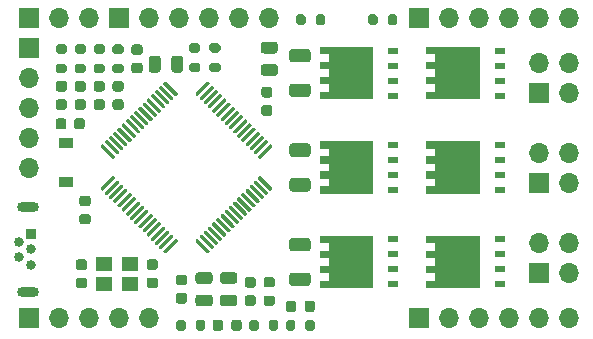
<source format=gts>
G04 #@! TF.GenerationSoftware,KiCad,Pcbnew,8.0.4+1*
G04 #@! TF.CreationDate,2024-10-19T21:08:08+00:00*
G04 #@! TF.ProjectId,xESC2,78455343-322e-46b6-9963-61645f706362,rev?*
G04 #@! TF.SameCoordinates,Original*
G04 #@! TF.FileFunction,Soldermask,Top*
G04 #@! TF.FilePolarity,Negative*
%FSLAX46Y46*%
G04 Gerber Fmt 4.6, Leading zero omitted, Abs format (unit mm)*
G04 Created by KiCad (PCBNEW 8.0.4+1) date 2024-10-19 21:08:08*
%MOMM*%
%LPD*%
G01*
G04 APERTURE LIST*
%ADD10R,0.850000X0.500000*%
%ADD11R,1.200000X0.900000*%
%ADD12R,1.400000X1.200000*%
%ADD13R,0.840000X0.840000*%
%ADD14C,0.840000*%
%ADD15O,1.850000X0.850000*%
%ADD16R,1.700000X1.700000*%
%ADD17O,1.700000X1.700000*%
G04 APERTURE END LIST*
G36*
G01*
X235750000Y-128625000D02*
X235250000Y-128625000D01*
G75*
G02*
X235025000Y-128400000I0J225000D01*
G01*
X235025000Y-127950000D01*
G75*
G02*
X235250000Y-127725000I225000J0D01*
G01*
X235750000Y-127725000D01*
G75*
G02*
X235975000Y-127950000I0J-225000D01*
G01*
X235975000Y-128400000D01*
G75*
G02*
X235750000Y-128625000I-225000J0D01*
G01*
G37*
G36*
G01*
X235750000Y-127075000D02*
X235250000Y-127075000D01*
G75*
G02*
X235025000Y-126850000I0J225000D01*
G01*
X235025000Y-126400000D01*
G75*
G02*
X235250000Y-126175000I225000J0D01*
G01*
X235750000Y-126175000D01*
G75*
G02*
X235975000Y-126400000I0J-225000D01*
G01*
X235975000Y-126850000D01*
G75*
G02*
X235750000Y-127075000I-225000J0D01*
G01*
G37*
G36*
G01*
X241250000Y-126175000D02*
X241750000Y-126175000D01*
G75*
G02*
X241975000Y-126400000I0J-225000D01*
G01*
X241975000Y-126850000D01*
G75*
G02*
X241750000Y-127075000I-225000J0D01*
G01*
X241250000Y-127075000D01*
G75*
G02*
X241025000Y-126850000I0J225000D01*
G01*
X241025000Y-126400000D01*
G75*
G02*
X241250000Y-126175000I225000J0D01*
G01*
G37*
G36*
G01*
X241250000Y-127725000D02*
X241750000Y-127725000D01*
G75*
G02*
X241975000Y-127950000I0J-225000D01*
G01*
X241975000Y-128400000D01*
G75*
G02*
X241750000Y-128625000I-225000J0D01*
G01*
X241250000Y-128625000D01*
G75*
G02*
X241025000Y-128400000I0J225000D01*
G01*
X241025000Y-127950000D01*
G75*
G02*
X241250000Y-127725000I225000J0D01*
G01*
G37*
G36*
G01*
X235775000Y-114450000D02*
X235775000Y-114950000D01*
G75*
G02*
X235550000Y-115175000I-225000J0D01*
G01*
X235100000Y-115175000D01*
G75*
G02*
X234875000Y-114950000I0J225000D01*
G01*
X234875000Y-114450000D01*
G75*
G02*
X235100000Y-114225000I225000J0D01*
G01*
X235550000Y-114225000D01*
G75*
G02*
X235775000Y-114450000I0J-225000D01*
G01*
G37*
G36*
G01*
X234225000Y-114450000D02*
X234225000Y-114950000D01*
G75*
G02*
X234000000Y-115175000I-225000J0D01*
G01*
X233550000Y-115175000D01*
G75*
G02*
X233325000Y-114950000I0J225000D01*
G01*
X233325000Y-114450000D01*
G75*
G02*
X233550000Y-114225000I225000J0D01*
G01*
X234000000Y-114225000D01*
G75*
G02*
X234225000Y-114450000I0J-225000D01*
G01*
G37*
G36*
G01*
X250925000Y-107750000D02*
X251875000Y-107750000D01*
G75*
G02*
X252125000Y-108000000I0J-250000D01*
G01*
X252125000Y-108500000D01*
G75*
G02*
X251875000Y-108750000I-250000J0D01*
G01*
X250925000Y-108750000D01*
G75*
G02*
X250675000Y-108500000I0J250000D01*
G01*
X250675000Y-108000000D01*
G75*
G02*
X250925000Y-107750000I250000J0D01*
G01*
G37*
G36*
G01*
X250925000Y-109650000D02*
X251875000Y-109650000D01*
G75*
G02*
X252125000Y-109900000I0J-250000D01*
G01*
X252125000Y-110400000D01*
G75*
G02*
X251875000Y-110650000I-250000J0D01*
G01*
X250925000Y-110650000D01*
G75*
G02*
X250675000Y-110400000I0J250000D01*
G01*
X250675000Y-109900000D01*
G75*
G02*
X250925000Y-109650000I250000J0D01*
G01*
G37*
G36*
G01*
X243710000Y-127475000D02*
X244210000Y-127475000D01*
G75*
G02*
X244435000Y-127700000I0J-225000D01*
G01*
X244435000Y-128150000D01*
G75*
G02*
X244210000Y-128375000I-225000J0D01*
G01*
X243710000Y-128375000D01*
G75*
G02*
X243485000Y-128150000I0J225000D01*
G01*
X243485000Y-127700000D01*
G75*
G02*
X243710000Y-127475000I225000J0D01*
G01*
G37*
G36*
G01*
X243710000Y-129025000D02*
X244210000Y-129025000D01*
G75*
G02*
X244435000Y-129250000I0J-225000D01*
G01*
X244435000Y-129700000D01*
G75*
G02*
X244210000Y-129925000I-225000J0D01*
G01*
X243710000Y-129925000D01*
G75*
G02*
X243485000Y-129700000I0J225000D01*
G01*
X243485000Y-129250000D01*
G75*
G02*
X243710000Y-129025000I225000J0D01*
G01*
G37*
G36*
G01*
X248435000Y-130160000D02*
X247485000Y-130160000D01*
G75*
G02*
X247235000Y-129910000I0J250000D01*
G01*
X247235000Y-129410000D01*
G75*
G02*
X247485000Y-129160000I250000J0D01*
G01*
X248435000Y-129160000D01*
G75*
G02*
X248685000Y-129410000I0J-250000D01*
G01*
X248685000Y-129910000D01*
G75*
G02*
X248435000Y-130160000I-250000J0D01*
G01*
G37*
G36*
G01*
X248435000Y-128260000D02*
X247485000Y-128260000D01*
G75*
G02*
X247235000Y-128010000I0J250000D01*
G01*
X247235000Y-127510000D01*
G75*
G02*
X247485000Y-127260000I250000J0D01*
G01*
X248435000Y-127260000D01*
G75*
G02*
X248685000Y-127510000I0J-250000D01*
G01*
X248685000Y-128010000D01*
G75*
G02*
X248435000Y-128260000I-250000J0D01*
G01*
G37*
G36*
G01*
X251450000Y-114025000D02*
X250950000Y-114025000D01*
G75*
G02*
X250725000Y-113800000I0J225000D01*
G01*
X250725000Y-113350000D01*
G75*
G02*
X250950000Y-113125000I225000J0D01*
G01*
X251450000Y-113125000D01*
G75*
G02*
X251675000Y-113350000I0J-225000D01*
G01*
X251675000Y-113800000D01*
G75*
G02*
X251450000Y-114025000I-225000J0D01*
G01*
G37*
G36*
G01*
X251450000Y-112475000D02*
X250950000Y-112475000D01*
G75*
G02*
X250725000Y-112250000I0J225000D01*
G01*
X250725000Y-111800000D01*
G75*
G02*
X250950000Y-111575000I225000J0D01*
G01*
X251450000Y-111575000D01*
G75*
G02*
X251675000Y-111800000I0J-225000D01*
G01*
X251675000Y-112250000D01*
G75*
G02*
X251450000Y-112475000I-225000J0D01*
G01*
G37*
G36*
G01*
X235550000Y-120775000D02*
X236050000Y-120775000D01*
G75*
G02*
X236275000Y-121000000I0J-225000D01*
G01*
X236275000Y-121450000D01*
G75*
G02*
X236050000Y-121675000I-225000J0D01*
G01*
X235550000Y-121675000D01*
G75*
G02*
X235325000Y-121450000I0J225000D01*
G01*
X235325000Y-121000000D01*
G75*
G02*
X235550000Y-120775000I225000J0D01*
G01*
G37*
G36*
G01*
X235550000Y-122325000D02*
X236050000Y-122325000D01*
G75*
G02*
X236275000Y-122550000I0J-225000D01*
G01*
X236275000Y-123000000D01*
G75*
G02*
X236050000Y-123225000I-225000J0D01*
G01*
X235550000Y-123225000D01*
G75*
G02*
X235325000Y-123000000I0J225000D01*
G01*
X235325000Y-122550000D01*
G75*
G02*
X235550000Y-122325000I225000J0D01*
G01*
G37*
G36*
G01*
X249550000Y-127675000D02*
X250050000Y-127675000D01*
G75*
G02*
X250275000Y-127900000I0J-225000D01*
G01*
X250275000Y-128350000D01*
G75*
G02*
X250050000Y-128575000I-225000J0D01*
G01*
X249550000Y-128575000D01*
G75*
G02*
X249325000Y-128350000I0J225000D01*
G01*
X249325000Y-127900000D01*
G75*
G02*
X249550000Y-127675000I225000J0D01*
G01*
G37*
G36*
G01*
X249550000Y-129225000D02*
X250050000Y-129225000D01*
G75*
G02*
X250275000Y-129450000I0J-225000D01*
G01*
X250275000Y-129900000D01*
G75*
G02*
X250050000Y-130125000I-225000J0D01*
G01*
X249550000Y-130125000D01*
G75*
G02*
X249325000Y-129900000I0J225000D01*
G01*
X249325000Y-129450000D01*
G75*
G02*
X249550000Y-129225000I225000J0D01*
G01*
G37*
G36*
G01*
X246355000Y-130160000D02*
X245405000Y-130160000D01*
G75*
G02*
X245155000Y-129910000I0J250000D01*
G01*
X245155000Y-129410000D01*
G75*
G02*
X245405000Y-129160000I250000J0D01*
G01*
X246355000Y-129160000D01*
G75*
G02*
X246605000Y-129410000I0J-250000D01*
G01*
X246605000Y-129910000D01*
G75*
G02*
X246355000Y-130160000I-250000J0D01*
G01*
G37*
G36*
G01*
X246355000Y-128260000D02*
X245405000Y-128260000D01*
G75*
G02*
X245155000Y-128010000I0J250000D01*
G01*
X245155000Y-127510000D01*
G75*
G02*
X245405000Y-127260000I250000J0D01*
G01*
X246355000Y-127260000D01*
G75*
G02*
X246605000Y-127510000I0J-250000D01*
G01*
X246605000Y-128010000D01*
G75*
G02*
X246355000Y-128260000I-250000J0D01*
G01*
G37*
G36*
G01*
X252815000Y-132035000D02*
X252815000Y-131485000D01*
G75*
G02*
X253015000Y-131285000I200000J0D01*
G01*
X253415000Y-131285000D01*
G75*
G02*
X253615000Y-131485000I0J-200000D01*
G01*
X253615000Y-132035000D01*
G75*
G02*
X253415000Y-132235000I-200000J0D01*
G01*
X253015000Y-132235000D01*
G75*
G02*
X252815000Y-132035000I0J200000D01*
G01*
G37*
G36*
G01*
X254465000Y-132035000D02*
X254465000Y-131485000D01*
G75*
G02*
X254665000Y-131285000I200000J0D01*
G01*
X255065000Y-131285000D01*
G75*
G02*
X255265000Y-131485000I0J-200000D01*
G01*
X255265000Y-132035000D01*
G75*
G02*
X255065000Y-132235000I-200000J0D01*
G01*
X254665000Y-132235000D01*
G75*
G02*
X254465000Y-132035000I0J200000D01*
G01*
G37*
G36*
G01*
X252815000Y-130416250D02*
X252815000Y-129903750D01*
G75*
G02*
X253033750Y-129685000I218750J0D01*
G01*
X253471250Y-129685000D01*
G75*
G02*
X253690000Y-129903750I0J-218750D01*
G01*
X253690000Y-130416250D01*
G75*
G02*
X253471250Y-130635000I-218750J0D01*
G01*
X253033750Y-130635000D01*
G75*
G02*
X252815000Y-130416250I0J218750D01*
G01*
G37*
G36*
G01*
X254390000Y-130416250D02*
X254390000Y-129903750D01*
G75*
G02*
X254608750Y-129685000I218750J0D01*
G01*
X255046250Y-129685000D01*
G75*
G02*
X255265000Y-129903750I0J-218750D01*
G01*
X255265000Y-130416250D01*
G75*
G02*
X255046250Y-130635000I-218750J0D01*
G01*
X254608750Y-130635000D01*
G75*
G02*
X254390000Y-130416250I0J218750D01*
G01*
G37*
G36*
G01*
X251143750Y-127675000D02*
X251656250Y-127675000D01*
G75*
G02*
X251875000Y-127893750I0J-218750D01*
G01*
X251875000Y-128331250D01*
G75*
G02*
X251656250Y-128550000I-218750J0D01*
G01*
X251143750Y-128550000D01*
G75*
G02*
X250925000Y-128331250I0J218750D01*
G01*
X250925000Y-127893750D01*
G75*
G02*
X251143750Y-127675000I218750J0D01*
G01*
G37*
G36*
G01*
X251143750Y-129250000D02*
X251656250Y-129250000D01*
G75*
G02*
X251875000Y-129468750I0J-218750D01*
G01*
X251875000Y-129906250D01*
G75*
G02*
X251656250Y-130125000I-218750J0D01*
G01*
X251143750Y-130125000D01*
G75*
G02*
X250925000Y-129906250I0J218750D01*
G01*
X250925000Y-129468750D01*
G75*
G02*
X251143750Y-129250000I218750J0D01*
G01*
G37*
G36*
G01*
X249065000Y-131503750D02*
X249065000Y-132016250D01*
G75*
G02*
X248846250Y-132235000I-218750J0D01*
G01*
X248408750Y-132235000D01*
G75*
G02*
X248190000Y-132016250I0J218750D01*
G01*
X248190000Y-131503750D01*
G75*
G02*
X248408750Y-131285000I218750J0D01*
G01*
X248846250Y-131285000D01*
G75*
G02*
X249065000Y-131503750I0J-218750D01*
G01*
G37*
G36*
G01*
X247490000Y-131503750D02*
X247490000Y-132016250D01*
G75*
G02*
X247271250Y-132235000I-218750J0D01*
G01*
X246833750Y-132235000D01*
G75*
G02*
X246615000Y-132016250I0J218750D01*
G01*
X246615000Y-131503750D01*
G75*
G02*
X246833750Y-131285000I218750J0D01*
G01*
X247271250Y-131285000D01*
G75*
G02*
X247490000Y-131503750I0J-218750D01*
G01*
G37*
G36*
G01*
X249715000Y-132035000D02*
X249715000Y-131485000D01*
G75*
G02*
X249915000Y-131285000I200000J0D01*
G01*
X250315000Y-131285000D01*
G75*
G02*
X250515000Y-131485000I0J-200000D01*
G01*
X250515000Y-132035000D01*
G75*
G02*
X250315000Y-132235000I-200000J0D01*
G01*
X249915000Y-132235000D01*
G75*
G02*
X249715000Y-132035000I0J200000D01*
G01*
G37*
G36*
G01*
X251365000Y-132035000D02*
X251365000Y-131485000D01*
G75*
G02*
X251565000Y-131285000I200000J0D01*
G01*
X251965000Y-131285000D01*
G75*
G02*
X252165000Y-131485000I0J-200000D01*
G01*
X252165000Y-132035000D01*
G75*
G02*
X251965000Y-132235000I-200000J0D01*
G01*
X251565000Y-132235000D01*
G75*
G02*
X251365000Y-132035000I0J200000D01*
G01*
G37*
G36*
G01*
X243515000Y-132035000D02*
X243515000Y-131485000D01*
G75*
G02*
X243715000Y-131285000I200000J0D01*
G01*
X244115000Y-131285000D01*
G75*
G02*
X244315000Y-131485000I0J-200000D01*
G01*
X244315000Y-132035000D01*
G75*
G02*
X244115000Y-132235000I-200000J0D01*
G01*
X243715000Y-132235000D01*
G75*
G02*
X243515000Y-132035000I0J200000D01*
G01*
G37*
G36*
G01*
X245165000Y-132035000D02*
X245165000Y-131485000D01*
G75*
G02*
X245365000Y-131285000I200000J0D01*
G01*
X245765000Y-131285000D01*
G75*
G02*
X245965000Y-131485000I0J-200000D01*
G01*
X245965000Y-132035000D01*
G75*
G02*
X245765000Y-132235000I-200000J0D01*
G01*
X245365000Y-132235000D01*
G75*
G02*
X245165000Y-132035000I0J200000D01*
G01*
G37*
G36*
G01*
X253675000Y-106175000D02*
X253675000Y-105625000D01*
G75*
G02*
X253875000Y-105425000I200000J0D01*
G01*
X254275000Y-105425000D01*
G75*
G02*
X254475000Y-105625000I0J-200000D01*
G01*
X254475000Y-106175000D01*
G75*
G02*
X254275000Y-106375000I-200000J0D01*
G01*
X253875000Y-106375000D01*
G75*
G02*
X253675000Y-106175000I0J200000D01*
G01*
G37*
G36*
G01*
X255325000Y-106175000D02*
X255325000Y-105625000D01*
G75*
G02*
X255525000Y-105425000I200000J0D01*
G01*
X255925000Y-105425000D01*
G75*
G02*
X256125000Y-105625000I0J-200000D01*
G01*
X256125000Y-106175000D01*
G75*
G02*
X255925000Y-106375000I-200000J0D01*
G01*
X255525000Y-106375000D01*
G75*
G02*
X255325000Y-106175000I0J200000D01*
G01*
G37*
G36*
G01*
X259775000Y-106175000D02*
X259775000Y-105625000D01*
G75*
G02*
X259975000Y-105425000I200000J0D01*
G01*
X260375000Y-105425000D01*
G75*
G02*
X260575000Y-105625000I0J-200000D01*
G01*
X260575000Y-106175000D01*
G75*
G02*
X260375000Y-106375000I-200000J0D01*
G01*
X259975000Y-106375000D01*
G75*
G02*
X259775000Y-106175000I0J200000D01*
G01*
G37*
G36*
G01*
X261425000Y-106175000D02*
X261425000Y-105625000D01*
G75*
G02*
X261625000Y-105425000I200000J0D01*
G01*
X262025000Y-105425000D01*
G75*
G02*
X262225000Y-105625000I0J-200000D01*
G01*
X262225000Y-106175000D01*
G75*
G02*
X262025000Y-106375000I-200000J0D01*
G01*
X261625000Y-106375000D01*
G75*
G02*
X261425000Y-106175000I0J200000D01*
G01*
G37*
G36*
G01*
X237240544Y-120362222D02*
X237134478Y-120256156D01*
G75*
G02*
X237134478Y-120150090I53033J53033D01*
G01*
X238124428Y-119160140D01*
G75*
G02*
X238230494Y-119160140I53033J-53033D01*
G01*
X238336560Y-119266206D01*
G75*
G02*
X238336560Y-119372272I-53033J-53033D01*
G01*
X237346610Y-120362222D01*
G75*
G02*
X237240544Y-120362222I-53033J53033D01*
G01*
G37*
G36*
G01*
X237594097Y-120715775D02*
X237488031Y-120609709D01*
G75*
G02*
X237488031Y-120503643I53033J53033D01*
G01*
X238477981Y-119513693D01*
G75*
G02*
X238584047Y-119513693I53033J-53033D01*
G01*
X238690113Y-119619759D01*
G75*
G02*
X238690113Y-119725825I-53033J-53033D01*
G01*
X237700163Y-120715775D01*
G75*
G02*
X237594097Y-120715775I-53033J53033D01*
G01*
G37*
G36*
G01*
X237947650Y-121069328D02*
X237841584Y-120963262D01*
G75*
G02*
X237841584Y-120857196I53033J53033D01*
G01*
X238831534Y-119867246D01*
G75*
G02*
X238937600Y-119867246I53033J-53033D01*
G01*
X239043666Y-119973312D01*
G75*
G02*
X239043666Y-120079378I-53033J-53033D01*
G01*
X238053716Y-121069328D01*
G75*
G02*
X237947650Y-121069328I-53033J53033D01*
G01*
G37*
G36*
G01*
X238301204Y-121422882D02*
X238195138Y-121316816D01*
G75*
G02*
X238195138Y-121210750I53033J53033D01*
G01*
X239185088Y-120220800D01*
G75*
G02*
X239291154Y-120220800I53033J-53033D01*
G01*
X239397220Y-120326866D01*
G75*
G02*
X239397220Y-120432932I-53033J-53033D01*
G01*
X238407270Y-121422882D01*
G75*
G02*
X238301204Y-121422882I-53033J53033D01*
G01*
G37*
G36*
G01*
X238654757Y-121776435D02*
X238548691Y-121670369D01*
G75*
G02*
X238548691Y-121564303I53033J53033D01*
G01*
X239538641Y-120574353D01*
G75*
G02*
X239644707Y-120574353I53033J-53033D01*
G01*
X239750773Y-120680419D01*
G75*
G02*
X239750773Y-120786485I-53033J-53033D01*
G01*
X238760823Y-121776435D01*
G75*
G02*
X238654757Y-121776435I-53033J53033D01*
G01*
G37*
G36*
G01*
X239008311Y-122129989D02*
X238902245Y-122023923D01*
G75*
G02*
X238902245Y-121917857I53033J53033D01*
G01*
X239892195Y-120927907D01*
G75*
G02*
X239998261Y-120927907I53033J-53033D01*
G01*
X240104327Y-121033973D01*
G75*
G02*
X240104327Y-121140039I-53033J-53033D01*
G01*
X239114377Y-122129989D01*
G75*
G02*
X239008311Y-122129989I-53033J53033D01*
G01*
G37*
G36*
G01*
X239361864Y-122483542D02*
X239255798Y-122377476D01*
G75*
G02*
X239255798Y-122271410I53033J53033D01*
G01*
X240245748Y-121281460D01*
G75*
G02*
X240351814Y-121281460I53033J-53033D01*
G01*
X240457880Y-121387526D01*
G75*
G02*
X240457880Y-121493592I-53033J-53033D01*
G01*
X239467930Y-122483542D01*
G75*
G02*
X239361864Y-122483542I-53033J53033D01*
G01*
G37*
G36*
G01*
X239715417Y-122837095D02*
X239609351Y-122731029D01*
G75*
G02*
X239609351Y-122624963I53033J53033D01*
G01*
X240599301Y-121635013D01*
G75*
G02*
X240705367Y-121635013I53033J-53033D01*
G01*
X240811433Y-121741079D01*
G75*
G02*
X240811433Y-121847145I-53033J-53033D01*
G01*
X239821483Y-122837095D01*
G75*
G02*
X239715417Y-122837095I-53033J53033D01*
G01*
G37*
G36*
G01*
X240068971Y-123190649D02*
X239962905Y-123084583D01*
G75*
G02*
X239962905Y-122978517I53033J53033D01*
G01*
X240952855Y-121988567D01*
G75*
G02*
X241058921Y-121988567I53033J-53033D01*
G01*
X241164987Y-122094633D01*
G75*
G02*
X241164987Y-122200699I-53033J-53033D01*
G01*
X240175037Y-123190649D01*
G75*
G02*
X240068971Y-123190649I-53033J53033D01*
G01*
G37*
G36*
G01*
X240422524Y-123544202D02*
X240316458Y-123438136D01*
G75*
G02*
X240316458Y-123332070I53033J53033D01*
G01*
X241306408Y-122342120D01*
G75*
G02*
X241412474Y-122342120I53033J-53033D01*
G01*
X241518540Y-122448186D01*
G75*
G02*
X241518540Y-122554252I-53033J-53033D01*
G01*
X240528590Y-123544202D01*
G75*
G02*
X240422524Y-123544202I-53033J53033D01*
G01*
G37*
G36*
G01*
X240776077Y-123897755D02*
X240670011Y-123791689D01*
G75*
G02*
X240670011Y-123685623I53033J53033D01*
G01*
X241659961Y-122695673D01*
G75*
G02*
X241766027Y-122695673I53033J-53033D01*
G01*
X241872093Y-122801739D01*
G75*
G02*
X241872093Y-122907805I-53033J-53033D01*
G01*
X240882143Y-123897755D01*
G75*
G02*
X240776077Y-123897755I-53033J53033D01*
G01*
G37*
G36*
G01*
X241129631Y-124251309D02*
X241023565Y-124145243D01*
G75*
G02*
X241023565Y-124039177I53033J53033D01*
G01*
X242013515Y-123049227D01*
G75*
G02*
X242119581Y-123049227I53033J-53033D01*
G01*
X242225647Y-123155293D01*
G75*
G02*
X242225647Y-123261359I-53033J-53033D01*
G01*
X241235697Y-124251309D01*
G75*
G02*
X241129631Y-124251309I-53033J53033D01*
G01*
G37*
G36*
G01*
X241483184Y-124604862D02*
X241377118Y-124498796D01*
G75*
G02*
X241377118Y-124392730I53033J53033D01*
G01*
X242367068Y-123402780D01*
G75*
G02*
X242473134Y-123402780I53033J-53033D01*
G01*
X242579200Y-123508846D01*
G75*
G02*
X242579200Y-123614912I-53033J-53033D01*
G01*
X241589250Y-124604862D01*
G75*
G02*
X241483184Y-124604862I-53033J53033D01*
G01*
G37*
G36*
G01*
X241836738Y-124958416D02*
X241730672Y-124852350D01*
G75*
G02*
X241730672Y-124746284I53033J53033D01*
G01*
X242720622Y-123756334D01*
G75*
G02*
X242826688Y-123756334I53033J-53033D01*
G01*
X242932754Y-123862400D01*
G75*
G02*
X242932754Y-123968466I-53033J-53033D01*
G01*
X241942804Y-124958416D01*
G75*
G02*
X241836738Y-124958416I-53033J53033D01*
G01*
G37*
G36*
G01*
X242190291Y-125311969D02*
X242084225Y-125205903D01*
G75*
G02*
X242084225Y-125099837I53033J53033D01*
G01*
X243074175Y-124109887D01*
G75*
G02*
X243180241Y-124109887I53033J-53033D01*
G01*
X243286307Y-124215953D01*
G75*
G02*
X243286307Y-124322019I-53033J-53033D01*
G01*
X242296357Y-125311969D01*
G75*
G02*
X242190291Y-125311969I-53033J53033D01*
G01*
G37*
G36*
G01*
X242543844Y-125665522D02*
X242437778Y-125559456D01*
G75*
G02*
X242437778Y-125453390I53033J53033D01*
G01*
X243427728Y-124463440D01*
G75*
G02*
X243533794Y-124463440I53033J-53033D01*
G01*
X243639860Y-124569506D01*
G75*
G02*
X243639860Y-124675572I-53033J-53033D01*
G01*
X242649910Y-125665522D01*
G75*
G02*
X242543844Y-125665522I-53033J53033D01*
G01*
G37*
G36*
G01*
X246150090Y-125665522D02*
X245160140Y-124675572D01*
G75*
G02*
X245160140Y-124569506I53033J53033D01*
G01*
X245266206Y-124463440D01*
G75*
G02*
X245372272Y-124463440I53033J-53033D01*
G01*
X246362222Y-125453390D01*
G75*
G02*
X246362222Y-125559456I-53033J-53033D01*
G01*
X246256156Y-125665522D01*
G75*
G02*
X246150090Y-125665522I-53033J53033D01*
G01*
G37*
G36*
G01*
X246503643Y-125311969D02*
X245513693Y-124322019D01*
G75*
G02*
X245513693Y-124215953I53033J53033D01*
G01*
X245619759Y-124109887D01*
G75*
G02*
X245725825Y-124109887I53033J-53033D01*
G01*
X246715775Y-125099837D01*
G75*
G02*
X246715775Y-125205903I-53033J-53033D01*
G01*
X246609709Y-125311969D01*
G75*
G02*
X246503643Y-125311969I-53033J53033D01*
G01*
G37*
G36*
G01*
X246857196Y-124958416D02*
X245867246Y-123968466D01*
G75*
G02*
X245867246Y-123862400I53033J53033D01*
G01*
X245973312Y-123756334D01*
G75*
G02*
X246079378Y-123756334I53033J-53033D01*
G01*
X247069328Y-124746284D01*
G75*
G02*
X247069328Y-124852350I-53033J-53033D01*
G01*
X246963262Y-124958416D01*
G75*
G02*
X246857196Y-124958416I-53033J53033D01*
G01*
G37*
G36*
G01*
X247210750Y-124604862D02*
X246220800Y-123614912D01*
G75*
G02*
X246220800Y-123508846I53033J53033D01*
G01*
X246326866Y-123402780D01*
G75*
G02*
X246432932Y-123402780I53033J-53033D01*
G01*
X247422882Y-124392730D01*
G75*
G02*
X247422882Y-124498796I-53033J-53033D01*
G01*
X247316816Y-124604862D01*
G75*
G02*
X247210750Y-124604862I-53033J53033D01*
G01*
G37*
G36*
G01*
X247564303Y-124251309D02*
X246574353Y-123261359D01*
G75*
G02*
X246574353Y-123155293I53033J53033D01*
G01*
X246680419Y-123049227D01*
G75*
G02*
X246786485Y-123049227I53033J-53033D01*
G01*
X247776435Y-124039177D01*
G75*
G02*
X247776435Y-124145243I-53033J-53033D01*
G01*
X247670369Y-124251309D01*
G75*
G02*
X247564303Y-124251309I-53033J53033D01*
G01*
G37*
G36*
G01*
X247917857Y-123897755D02*
X246927907Y-122907805D01*
G75*
G02*
X246927907Y-122801739I53033J53033D01*
G01*
X247033973Y-122695673D01*
G75*
G02*
X247140039Y-122695673I53033J-53033D01*
G01*
X248129989Y-123685623D01*
G75*
G02*
X248129989Y-123791689I-53033J-53033D01*
G01*
X248023923Y-123897755D01*
G75*
G02*
X247917857Y-123897755I-53033J53033D01*
G01*
G37*
G36*
G01*
X248271410Y-123544202D02*
X247281460Y-122554252D01*
G75*
G02*
X247281460Y-122448186I53033J53033D01*
G01*
X247387526Y-122342120D01*
G75*
G02*
X247493592Y-122342120I53033J-53033D01*
G01*
X248483542Y-123332070D01*
G75*
G02*
X248483542Y-123438136I-53033J-53033D01*
G01*
X248377476Y-123544202D01*
G75*
G02*
X248271410Y-123544202I-53033J53033D01*
G01*
G37*
G36*
G01*
X248624963Y-123190649D02*
X247635013Y-122200699D01*
G75*
G02*
X247635013Y-122094633I53033J53033D01*
G01*
X247741079Y-121988567D01*
G75*
G02*
X247847145Y-121988567I53033J-53033D01*
G01*
X248837095Y-122978517D01*
G75*
G02*
X248837095Y-123084583I-53033J-53033D01*
G01*
X248731029Y-123190649D01*
G75*
G02*
X248624963Y-123190649I-53033J53033D01*
G01*
G37*
G36*
G01*
X248978517Y-122837095D02*
X247988567Y-121847145D01*
G75*
G02*
X247988567Y-121741079I53033J53033D01*
G01*
X248094633Y-121635013D01*
G75*
G02*
X248200699Y-121635013I53033J-53033D01*
G01*
X249190649Y-122624963D01*
G75*
G02*
X249190649Y-122731029I-53033J-53033D01*
G01*
X249084583Y-122837095D01*
G75*
G02*
X248978517Y-122837095I-53033J53033D01*
G01*
G37*
G36*
G01*
X249332070Y-122483542D02*
X248342120Y-121493592D01*
G75*
G02*
X248342120Y-121387526I53033J53033D01*
G01*
X248448186Y-121281460D01*
G75*
G02*
X248554252Y-121281460I53033J-53033D01*
G01*
X249544202Y-122271410D01*
G75*
G02*
X249544202Y-122377476I-53033J-53033D01*
G01*
X249438136Y-122483542D01*
G75*
G02*
X249332070Y-122483542I-53033J53033D01*
G01*
G37*
G36*
G01*
X249685623Y-122129989D02*
X248695673Y-121140039D01*
G75*
G02*
X248695673Y-121033973I53033J53033D01*
G01*
X248801739Y-120927907D01*
G75*
G02*
X248907805Y-120927907I53033J-53033D01*
G01*
X249897755Y-121917857D01*
G75*
G02*
X249897755Y-122023923I-53033J-53033D01*
G01*
X249791689Y-122129989D01*
G75*
G02*
X249685623Y-122129989I-53033J53033D01*
G01*
G37*
G36*
G01*
X250039177Y-121776435D02*
X249049227Y-120786485D01*
G75*
G02*
X249049227Y-120680419I53033J53033D01*
G01*
X249155293Y-120574353D01*
G75*
G02*
X249261359Y-120574353I53033J-53033D01*
G01*
X250251309Y-121564303D01*
G75*
G02*
X250251309Y-121670369I-53033J-53033D01*
G01*
X250145243Y-121776435D01*
G75*
G02*
X250039177Y-121776435I-53033J53033D01*
G01*
G37*
G36*
G01*
X250392730Y-121422882D02*
X249402780Y-120432932D01*
G75*
G02*
X249402780Y-120326866I53033J53033D01*
G01*
X249508846Y-120220800D01*
G75*
G02*
X249614912Y-120220800I53033J-53033D01*
G01*
X250604862Y-121210750D01*
G75*
G02*
X250604862Y-121316816I-53033J-53033D01*
G01*
X250498796Y-121422882D01*
G75*
G02*
X250392730Y-121422882I-53033J53033D01*
G01*
G37*
G36*
G01*
X250746284Y-121069328D02*
X249756334Y-120079378D01*
G75*
G02*
X249756334Y-119973312I53033J53033D01*
G01*
X249862400Y-119867246D01*
G75*
G02*
X249968466Y-119867246I53033J-53033D01*
G01*
X250958416Y-120857196D01*
G75*
G02*
X250958416Y-120963262I-53033J-53033D01*
G01*
X250852350Y-121069328D01*
G75*
G02*
X250746284Y-121069328I-53033J53033D01*
G01*
G37*
G36*
G01*
X251099837Y-120715775D02*
X250109887Y-119725825D01*
G75*
G02*
X250109887Y-119619759I53033J53033D01*
G01*
X250215953Y-119513693D01*
G75*
G02*
X250322019Y-119513693I53033J-53033D01*
G01*
X251311969Y-120503643D01*
G75*
G02*
X251311969Y-120609709I-53033J-53033D01*
G01*
X251205903Y-120715775D01*
G75*
G02*
X251099837Y-120715775I-53033J53033D01*
G01*
G37*
G36*
G01*
X251453390Y-120362222D02*
X250463440Y-119372272D01*
G75*
G02*
X250463440Y-119266206I53033J53033D01*
G01*
X250569506Y-119160140D01*
G75*
G02*
X250675572Y-119160140I53033J-53033D01*
G01*
X251665522Y-120150090D01*
G75*
G02*
X251665522Y-120256156I-53033J-53033D01*
G01*
X251559456Y-120362222D01*
G75*
G02*
X251453390Y-120362222I-53033J53033D01*
G01*
G37*
G36*
G01*
X250569506Y-117639860D02*
X250463440Y-117533794D01*
G75*
G02*
X250463440Y-117427728I53033J53033D01*
G01*
X251453390Y-116437778D01*
G75*
G02*
X251559456Y-116437778I53033J-53033D01*
G01*
X251665522Y-116543844D01*
G75*
G02*
X251665522Y-116649910I-53033J-53033D01*
G01*
X250675572Y-117639860D01*
G75*
G02*
X250569506Y-117639860I-53033J53033D01*
G01*
G37*
G36*
G01*
X250215953Y-117286307D02*
X250109887Y-117180241D01*
G75*
G02*
X250109887Y-117074175I53033J53033D01*
G01*
X251099837Y-116084225D01*
G75*
G02*
X251205903Y-116084225I53033J-53033D01*
G01*
X251311969Y-116190291D01*
G75*
G02*
X251311969Y-116296357I-53033J-53033D01*
G01*
X250322019Y-117286307D01*
G75*
G02*
X250215953Y-117286307I-53033J53033D01*
G01*
G37*
G36*
G01*
X249862400Y-116932754D02*
X249756334Y-116826688D01*
G75*
G02*
X249756334Y-116720622I53033J53033D01*
G01*
X250746284Y-115730672D01*
G75*
G02*
X250852350Y-115730672I53033J-53033D01*
G01*
X250958416Y-115836738D01*
G75*
G02*
X250958416Y-115942804I-53033J-53033D01*
G01*
X249968466Y-116932754D01*
G75*
G02*
X249862400Y-116932754I-53033J53033D01*
G01*
G37*
G36*
G01*
X249508846Y-116579200D02*
X249402780Y-116473134D01*
G75*
G02*
X249402780Y-116367068I53033J53033D01*
G01*
X250392730Y-115377118D01*
G75*
G02*
X250498796Y-115377118I53033J-53033D01*
G01*
X250604862Y-115483184D01*
G75*
G02*
X250604862Y-115589250I-53033J-53033D01*
G01*
X249614912Y-116579200D01*
G75*
G02*
X249508846Y-116579200I-53033J53033D01*
G01*
G37*
G36*
G01*
X249155293Y-116225647D02*
X249049227Y-116119581D01*
G75*
G02*
X249049227Y-116013515I53033J53033D01*
G01*
X250039177Y-115023565D01*
G75*
G02*
X250145243Y-115023565I53033J-53033D01*
G01*
X250251309Y-115129631D01*
G75*
G02*
X250251309Y-115235697I-53033J-53033D01*
G01*
X249261359Y-116225647D01*
G75*
G02*
X249155293Y-116225647I-53033J53033D01*
G01*
G37*
G36*
G01*
X248801739Y-115872093D02*
X248695673Y-115766027D01*
G75*
G02*
X248695673Y-115659961I53033J53033D01*
G01*
X249685623Y-114670011D01*
G75*
G02*
X249791689Y-114670011I53033J-53033D01*
G01*
X249897755Y-114776077D01*
G75*
G02*
X249897755Y-114882143I-53033J-53033D01*
G01*
X248907805Y-115872093D01*
G75*
G02*
X248801739Y-115872093I-53033J53033D01*
G01*
G37*
G36*
G01*
X248448186Y-115518540D02*
X248342120Y-115412474D01*
G75*
G02*
X248342120Y-115306408I53033J53033D01*
G01*
X249332070Y-114316458D01*
G75*
G02*
X249438136Y-114316458I53033J-53033D01*
G01*
X249544202Y-114422524D01*
G75*
G02*
X249544202Y-114528590I-53033J-53033D01*
G01*
X248554252Y-115518540D01*
G75*
G02*
X248448186Y-115518540I-53033J53033D01*
G01*
G37*
G36*
G01*
X248094633Y-115164987D02*
X247988567Y-115058921D01*
G75*
G02*
X247988567Y-114952855I53033J53033D01*
G01*
X248978517Y-113962905D01*
G75*
G02*
X249084583Y-113962905I53033J-53033D01*
G01*
X249190649Y-114068971D01*
G75*
G02*
X249190649Y-114175037I-53033J-53033D01*
G01*
X248200699Y-115164987D01*
G75*
G02*
X248094633Y-115164987I-53033J53033D01*
G01*
G37*
G36*
G01*
X247741079Y-114811433D02*
X247635013Y-114705367D01*
G75*
G02*
X247635013Y-114599301I53033J53033D01*
G01*
X248624963Y-113609351D01*
G75*
G02*
X248731029Y-113609351I53033J-53033D01*
G01*
X248837095Y-113715417D01*
G75*
G02*
X248837095Y-113821483I-53033J-53033D01*
G01*
X247847145Y-114811433D01*
G75*
G02*
X247741079Y-114811433I-53033J53033D01*
G01*
G37*
G36*
G01*
X247387526Y-114457880D02*
X247281460Y-114351814D01*
G75*
G02*
X247281460Y-114245748I53033J53033D01*
G01*
X248271410Y-113255798D01*
G75*
G02*
X248377476Y-113255798I53033J-53033D01*
G01*
X248483542Y-113361864D01*
G75*
G02*
X248483542Y-113467930I-53033J-53033D01*
G01*
X247493592Y-114457880D01*
G75*
G02*
X247387526Y-114457880I-53033J53033D01*
G01*
G37*
G36*
G01*
X247033973Y-114104327D02*
X246927907Y-113998261D01*
G75*
G02*
X246927907Y-113892195I53033J53033D01*
G01*
X247917857Y-112902245D01*
G75*
G02*
X248023923Y-112902245I53033J-53033D01*
G01*
X248129989Y-113008311D01*
G75*
G02*
X248129989Y-113114377I-53033J-53033D01*
G01*
X247140039Y-114104327D01*
G75*
G02*
X247033973Y-114104327I-53033J53033D01*
G01*
G37*
G36*
G01*
X246680419Y-113750773D02*
X246574353Y-113644707D01*
G75*
G02*
X246574353Y-113538641I53033J53033D01*
G01*
X247564303Y-112548691D01*
G75*
G02*
X247670369Y-112548691I53033J-53033D01*
G01*
X247776435Y-112654757D01*
G75*
G02*
X247776435Y-112760823I-53033J-53033D01*
G01*
X246786485Y-113750773D01*
G75*
G02*
X246680419Y-113750773I-53033J53033D01*
G01*
G37*
G36*
G01*
X246326866Y-113397220D02*
X246220800Y-113291154D01*
G75*
G02*
X246220800Y-113185088I53033J53033D01*
G01*
X247210750Y-112195138D01*
G75*
G02*
X247316816Y-112195138I53033J-53033D01*
G01*
X247422882Y-112301204D01*
G75*
G02*
X247422882Y-112407270I-53033J-53033D01*
G01*
X246432932Y-113397220D01*
G75*
G02*
X246326866Y-113397220I-53033J53033D01*
G01*
G37*
G36*
G01*
X245973312Y-113043666D02*
X245867246Y-112937600D01*
G75*
G02*
X245867246Y-112831534I53033J53033D01*
G01*
X246857196Y-111841584D01*
G75*
G02*
X246963262Y-111841584I53033J-53033D01*
G01*
X247069328Y-111947650D01*
G75*
G02*
X247069328Y-112053716I-53033J-53033D01*
G01*
X246079378Y-113043666D01*
G75*
G02*
X245973312Y-113043666I-53033J53033D01*
G01*
G37*
G36*
G01*
X245619759Y-112690113D02*
X245513693Y-112584047D01*
G75*
G02*
X245513693Y-112477981I53033J53033D01*
G01*
X246503643Y-111488031D01*
G75*
G02*
X246609709Y-111488031I53033J-53033D01*
G01*
X246715775Y-111594097D01*
G75*
G02*
X246715775Y-111700163I-53033J-53033D01*
G01*
X245725825Y-112690113D01*
G75*
G02*
X245619759Y-112690113I-53033J53033D01*
G01*
G37*
G36*
G01*
X245266206Y-112336560D02*
X245160140Y-112230494D01*
G75*
G02*
X245160140Y-112124428I53033J53033D01*
G01*
X246150090Y-111134478D01*
G75*
G02*
X246256156Y-111134478I53033J-53033D01*
G01*
X246362222Y-111240544D01*
G75*
G02*
X246362222Y-111346610I-53033J-53033D01*
G01*
X245372272Y-112336560D01*
G75*
G02*
X245266206Y-112336560I-53033J53033D01*
G01*
G37*
G36*
G01*
X243427728Y-112336560D02*
X242437778Y-111346610D01*
G75*
G02*
X242437778Y-111240544I53033J53033D01*
G01*
X242543844Y-111134478D01*
G75*
G02*
X242649910Y-111134478I53033J-53033D01*
G01*
X243639860Y-112124428D01*
G75*
G02*
X243639860Y-112230494I-53033J-53033D01*
G01*
X243533794Y-112336560D01*
G75*
G02*
X243427728Y-112336560I-53033J53033D01*
G01*
G37*
G36*
G01*
X243074175Y-112690113D02*
X242084225Y-111700163D01*
G75*
G02*
X242084225Y-111594097I53033J53033D01*
G01*
X242190291Y-111488031D01*
G75*
G02*
X242296357Y-111488031I53033J-53033D01*
G01*
X243286307Y-112477981D01*
G75*
G02*
X243286307Y-112584047I-53033J-53033D01*
G01*
X243180241Y-112690113D01*
G75*
G02*
X243074175Y-112690113I-53033J53033D01*
G01*
G37*
G36*
G01*
X242720622Y-113043666D02*
X241730672Y-112053716D01*
G75*
G02*
X241730672Y-111947650I53033J53033D01*
G01*
X241836738Y-111841584D01*
G75*
G02*
X241942804Y-111841584I53033J-53033D01*
G01*
X242932754Y-112831534D01*
G75*
G02*
X242932754Y-112937600I-53033J-53033D01*
G01*
X242826688Y-113043666D01*
G75*
G02*
X242720622Y-113043666I-53033J53033D01*
G01*
G37*
G36*
G01*
X242367068Y-113397220D02*
X241377118Y-112407270D01*
G75*
G02*
X241377118Y-112301204I53033J53033D01*
G01*
X241483184Y-112195138D01*
G75*
G02*
X241589250Y-112195138I53033J-53033D01*
G01*
X242579200Y-113185088D01*
G75*
G02*
X242579200Y-113291154I-53033J-53033D01*
G01*
X242473134Y-113397220D01*
G75*
G02*
X242367068Y-113397220I-53033J53033D01*
G01*
G37*
G36*
G01*
X242013515Y-113750773D02*
X241023565Y-112760823D01*
G75*
G02*
X241023565Y-112654757I53033J53033D01*
G01*
X241129631Y-112548691D01*
G75*
G02*
X241235697Y-112548691I53033J-53033D01*
G01*
X242225647Y-113538641D01*
G75*
G02*
X242225647Y-113644707I-53033J-53033D01*
G01*
X242119581Y-113750773D01*
G75*
G02*
X242013515Y-113750773I-53033J53033D01*
G01*
G37*
G36*
G01*
X241659961Y-114104327D02*
X240670011Y-113114377D01*
G75*
G02*
X240670011Y-113008311I53033J53033D01*
G01*
X240776077Y-112902245D01*
G75*
G02*
X240882143Y-112902245I53033J-53033D01*
G01*
X241872093Y-113892195D01*
G75*
G02*
X241872093Y-113998261I-53033J-53033D01*
G01*
X241766027Y-114104327D01*
G75*
G02*
X241659961Y-114104327I-53033J53033D01*
G01*
G37*
G36*
G01*
X241306408Y-114457880D02*
X240316458Y-113467930D01*
G75*
G02*
X240316458Y-113361864I53033J53033D01*
G01*
X240422524Y-113255798D01*
G75*
G02*
X240528590Y-113255798I53033J-53033D01*
G01*
X241518540Y-114245748D01*
G75*
G02*
X241518540Y-114351814I-53033J-53033D01*
G01*
X241412474Y-114457880D01*
G75*
G02*
X241306408Y-114457880I-53033J53033D01*
G01*
G37*
G36*
G01*
X240952855Y-114811433D02*
X239962905Y-113821483D01*
G75*
G02*
X239962905Y-113715417I53033J53033D01*
G01*
X240068971Y-113609351D01*
G75*
G02*
X240175037Y-113609351I53033J-53033D01*
G01*
X241164987Y-114599301D01*
G75*
G02*
X241164987Y-114705367I-53033J-53033D01*
G01*
X241058921Y-114811433D01*
G75*
G02*
X240952855Y-114811433I-53033J53033D01*
G01*
G37*
G36*
G01*
X240599301Y-115164987D02*
X239609351Y-114175037D01*
G75*
G02*
X239609351Y-114068971I53033J53033D01*
G01*
X239715417Y-113962905D01*
G75*
G02*
X239821483Y-113962905I53033J-53033D01*
G01*
X240811433Y-114952855D01*
G75*
G02*
X240811433Y-115058921I-53033J-53033D01*
G01*
X240705367Y-115164987D01*
G75*
G02*
X240599301Y-115164987I-53033J53033D01*
G01*
G37*
G36*
G01*
X240245748Y-115518540D02*
X239255798Y-114528590D01*
G75*
G02*
X239255798Y-114422524I53033J53033D01*
G01*
X239361864Y-114316458D01*
G75*
G02*
X239467930Y-114316458I53033J-53033D01*
G01*
X240457880Y-115306408D01*
G75*
G02*
X240457880Y-115412474I-53033J-53033D01*
G01*
X240351814Y-115518540D01*
G75*
G02*
X240245748Y-115518540I-53033J53033D01*
G01*
G37*
G36*
G01*
X239892195Y-115872093D02*
X238902245Y-114882143D01*
G75*
G02*
X238902245Y-114776077I53033J53033D01*
G01*
X239008311Y-114670011D01*
G75*
G02*
X239114377Y-114670011I53033J-53033D01*
G01*
X240104327Y-115659961D01*
G75*
G02*
X240104327Y-115766027I-53033J-53033D01*
G01*
X239998261Y-115872093D01*
G75*
G02*
X239892195Y-115872093I-53033J53033D01*
G01*
G37*
G36*
G01*
X239538641Y-116225647D02*
X238548691Y-115235697D01*
G75*
G02*
X238548691Y-115129631I53033J53033D01*
G01*
X238654757Y-115023565D01*
G75*
G02*
X238760823Y-115023565I53033J-53033D01*
G01*
X239750773Y-116013515D01*
G75*
G02*
X239750773Y-116119581I-53033J-53033D01*
G01*
X239644707Y-116225647D01*
G75*
G02*
X239538641Y-116225647I-53033J53033D01*
G01*
G37*
G36*
G01*
X239185088Y-116579200D02*
X238195138Y-115589250D01*
G75*
G02*
X238195138Y-115483184I53033J53033D01*
G01*
X238301204Y-115377118D01*
G75*
G02*
X238407270Y-115377118I53033J-53033D01*
G01*
X239397220Y-116367068D01*
G75*
G02*
X239397220Y-116473134I-53033J-53033D01*
G01*
X239291154Y-116579200D01*
G75*
G02*
X239185088Y-116579200I-53033J53033D01*
G01*
G37*
G36*
G01*
X238831534Y-116932754D02*
X237841584Y-115942804D01*
G75*
G02*
X237841584Y-115836738I53033J53033D01*
G01*
X237947650Y-115730672D01*
G75*
G02*
X238053716Y-115730672I53033J-53033D01*
G01*
X239043666Y-116720622D01*
G75*
G02*
X239043666Y-116826688I-53033J-53033D01*
G01*
X238937600Y-116932754D01*
G75*
G02*
X238831534Y-116932754I-53033J53033D01*
G01*
G37*
G36*
G01*
X238477981Y-117286307D02*
X237488031Y-116296357D01*
G75*
G02*
X237488031Y-116190291I53033J53033D01*
G01*
X237594097Y-116084225D01*
G75*
G02*
X237700163Y-116084225I53033J-53033D01*
G01*
X238690113Y-117074175D01*
G75*
G02*
X238690113Y-117180241I-53033J-53033D01*
G01*
X238584047Y-117286307D01*
G75*
G02*
X238477981Y-117286307I-53033J53033D01*
G01*
G37*
G36*
G01*
X238124428Y-117639860D02*
X237134478Y-116649910D01*
G75*
G02*
X237134478Y-116543844I53033J53033D01*
G01*
X237240544Y-116437778D01*
G75*
G02*
X237346610Y-116437778I53033J-53033D01*
G01*
X238336560Y-117427728D01*
G75*
G02*
X238336560Y-117533794I-53033J-53033D01*
G01*
X238230494Y-117639860D01*
G75*
G02*
X238124428Y-117639860I-53033J53033D01*
G01*
G37*
G36*
G01*
X254650001Y-128450000D02*
X253349999Y-128450000D01*
G75*
G02*
X253100000Y-128200001I0J249999D01*
G01*
X253100000Y-127549999D01*
G75*
G02*
X253349999Y-127300000I249999J0D01*
G01*
X254650001Y-127300000D01*
G75*
G02*
X254900000Y-127549999I0J-249999D01*
G01*
X254900000Y-128200001D01*
G75*
G02*
X254650001Y-128450000I-249999J0D01*
G01*
G37*
G36*
G01*
X254650001Y-125500000D02*
X253349999Y-125500000D01*
G75*
G02*
X253100000Y-125250001I0J249999D01*
G01*
X253100000Y-124599999D01*
G75*
G02*
X253349999Y-124350000I249999J0D01*
G01*
X254650001Y-124350000D01*
G75*
G02*
X254900000Y-124599999I0J-249999D01*
G01*
X254900000Y-125250001D01*
G75*
G02*
X254650001Y-125500000I-249999J0D01*
G01*
G37*
G36*
G01*
X254650001Y-120450000D02*
X253349999Y-120450000D01*
G75*
G02*
X253100000Y-120200001I0J249999D01*
G01*
X253100000Y-119549999D01*
G75*
G02*
X253349999Y-119300000I249999J0D01*
G01*
X254650001Y-119300000D01*
G75*
G02*
X254900000Y-119549999I0J-249999D01*
G01*
X254900000Y-120200001D01*
G75*
G02*
X254650001Y-120450000I-249999J0D01*
G01*
G37*
G36*
G01*
X254650001Y-117500000D02*
X253349999Y-117500000D01*
G75*
G02*
X253100000Y-117250001I0J249999D01*
G01*
X253100000Y-116599999D01*
G75*
G02*
X253349999Y-116350000I249999J0D01*
G01*
X254650001Y-116350000D01*
G75*
G02*
X254900000Y-116599999I0J-249999D01*
G01*
X254900000Y-117250001D01*
G75*
G02*
X254650001Y-117500000I-249999J0D01*
G01*
G37*
G36*
X255675000Y-128005000D02*
G01*
X256475000Y-128005000D01*
X256475000Y-127335000D01*
X255675000Y-127335000D01*
X255675000Y-126735000D01*
X256475000Y-126735000D01*
X256475000Y-126065000D01*
X255675000Y-126065000D01*
X255675000Y-125465000D01*
X256475000Y-125465000D01*
X256475000Y-124795000D01*
X255675000Y-124795000D01*
X255675000Y-124195000D01*
X260225000Y-124195000D01*
X260225000Y-128605000D01*
X255675000Y-128605000D01*
X255675000Y-128005000D01*
G37*
D10*
X261900000Y-128305000D03*
X261900000Y-127035000D03*
X261900000Y-125765000D03*
X261900000Y-124495000D03*
G36*
X255675000Y-120005000D02*
G01*
X256475000Y-120005000D01*
X256475000Y-119335000D01*
X255675000Y-119335000D01*
X255675000Y-118735000D01*
X256475000Y-118735000D01*
X256475000Y-118065000D01*
X255675000Y-118065000D01*
X255675000Y-117465000D01*
X256475000Y-117465000D01*
X256475000Y-116795000D01*
X255675000Y-116795000D01*
X255675000Y-116195000D01*
X260225000Y-116195000D01*
X260225000Y-120605000D01*
X255675000Y-120605000D01*
X255675000Y-120005000D01*
G37*
X261900000Y-120305000D03*
X261900000Y-119035000D03*
X261900000Y-117765000D03*
X261900000Y-116495000D03*
G36*
X255675000Y-112005000D02*
G01*
X256475000Y-112005000D01*
X256475000Y-111335000D01*
X255675000Y-111335000D01*
X255675000Y-110735000D01*
X256475000Y-110735000D01*
X256475000Y-110065000D01*
X255675000Y-110065000D01*
X255675000Y-109465000D01*
X256475000Y-109465000D01*
X256475000Y-108795000D01*
X255675000Y-108795000D01*
X255675000Y-108195000D01*
X260225000Y-108195000D01*
X260225000Y-112605000D01*
X255675000Y-112605000D01*
X255675000Y-112005000D01*
G37*
X261900000Y-112305000D03*
X261900000Y-111035000D03*
X261900000Y-109765000D03*
X261900000Y-108495000D03*
D11*
X234200000Y-116350000D03*
X234200000Y-119650000D03*
G36*
G01*
X245375000Y-110325000D02*
X244825000Y-110325000D01*
G75*
G02*
X244625000Y-110125000I0J200000D01*
G01*
X244625000Y-109725000D01*
G75*
G02*
X244825000Y-109525000I200000J0D01*
G01*
X245375000Y-109525000D01*
G75*
G02*
X245575000Y-109725000I0J-200000D01*
G01*
X245575000Y-110125000D01*
G75*
G02*
X245375000Y-110325000I-200000J0D01*
G01*
G37*
G36*
G01*
X245375000Y-108675000D02*
X244825000Y-108675000D01*
G75*
G02*
X244625000Y-108475000I0J200000D01*
G01*
X244625000Y-108075000D01*
G75*
G02*
X244825000Y-107875000I200000J0D01*
G01*
X245375000Y-107875000D01*
G75*
G02*
X245575000Y-108075000I0J-200000D01*
G01*
X245575000Y-108475000D01*
G75*
G02*
X245375000Y-108675000I-200000J0D01*
G01*
G37*
G36*
G01*
X247075000Y-110325000D02*
X246525000Y-110325000D01*
G75*
G02*
X246325000Y-110125000I0J200000D01*
G01*
X246325000Y-109725000D01*
G75*
G02*
X246525000Y-109525000I200000J0D01*
G01*
X247075000Y-109525000D01*
G75*
G02*
X247275000Y-109725000I0J-200000D01*
G01*
X247275000Y-110125000D01*
G75*
G02*
X247075000Y-110325000I-200000J0D01*
G01*
G37*
G36*
G01*
X247075000Y-108675000D02*
X246525000Y-108675000D01*
G75*
G02*
X246325000Y-108475000I0J200000D01*
G01*
X246325000Y-108075000D01*
G75*
G02*
X246525000Y-107875000I200000J0D01*
G01*
X247075000Y-107875000D01*
G75*
G02*
X247275000Y-108075000I0J-200000D01*
G01*
X247275000Y-108475000D01*
G75*
G02*
X247075000Y-108675000I-200000J0D01*
G01*
G37*
G36*
X264675000Y-112005000D02*
G01*
X265475000Y-112005000D01*
X265475000Y-111335000D01*
X264675000Y-111335000D01*
X264675000Y-110735000D01*
X265475000Y-110735000D01*
X265475000Y-110065000D01*
X264675000Y-110065000D01*
X264675000Y-109465000D01*
X265475000Y-109465000D01*
X265475000Y-108795000D01*
X264675000Y-108795000D01*
X264675000Y-108195000D01*
X269225000Y-108195000D01*
X269225000Y-112605000D01*
X264675000Y-112605000D01*
X264675000Y-112005000D01*
G37*
D10*
X270900000Y-112305000D03*
X270900000Y-111035000D03*
X270900000Y-109765000D03*
X270900000Y-108495000D03*
G36*
X264675000Y-120005000D02*
G01*
X265475000Y-120005000D01*
X265475000Y-119335000D01*
X264675000Y-119335000D01*
X264675000Y-118735000D01*
X265475000Y-118735000D01*
X265475000Y-118065000D01*
X264675000Y-118065000D01*
X264675000Y-117465000D01*
X265475000Y-117465000D01*
X265475000Y-116795000D01*
X264675000Y-116795000D01*
X264675000Y-116195000D01*
X269225000Y-116195000D01*
X269225000Y-120605000D01*
X264675000Y-120605000D01*
X264675000Y-120005000D01*
G37*
X270900000Y-120305000D03*
X270900000Y-119035000D03*
X270900000Y-117765000D03*
X270900000Y-116495000D03*
G36*
X264675000Y-128005000D02*
G01*
X265475000Y-128005000D01*
X265475000Y-127335000D01*
X264675000Y-127335000D01*
X264675000Y-126735000D01*
X265475000Y-126735000D01*
X265475000Y-126065000D01*
X264675000Y-126065000D01*
X264675000Y-125465000D01*
X265475000Y-125465000D01*
X265475000Y-124795000D01*
X264675000Y-124795000D01*
X264675000Y-124195000D01*
X269225000Y-124195000D01*
X269225000Y-128605000D01*
X264675000Y-128605000D01*
X264675000Y-128005000D01*
G37*
X270900000Y-128305000D03*
X270900000Y-127035000D03*
X270900000Y-125765000D03*
X270900000Y-124495000D03*
G36*
G01*
X254650001Y-112450000D02*
X253349999Y-112450000D01*
G75*
G02*
X253100000Y-112200001I0J249999D01*
G01*
X253100000Y-111549999D01*
G75*
G02*
X253349999Y-111300000I249999J0D01*
G01*
X254650001Y-111300000D01*
G75*
G02*
X254900000Y-111549999I0J-249999D01*
G01*
X254900000Y-112200001D01*
G75*
G02*
X254650001Y-112450000I-249999J0D01*
G01*
G37*
G36*
G01*
X254650001Y-109500000D02*
X253349999Y-109500000D01*
G75*
G02*
X253100000Y-109250001I0J249999D01*
G01*
X253100000Y-108599999D01*
G75*
G02*
X253349999Y-108350000I249999J0D01*
G01*
X254650001Y-108350000D01*
G75*
G02*
X254900000Y-108599999I0J-249999D01*
G01*
X254900000Y-109250001D01*
G75*
G02*
X254650001Y-109500000I-249999J0D01*
G01*
G37*
D12*
X237400000Y-128250000D03*
X239600000Y-128250000D03*
X239600000Y-126550000D03*
X237400000Y-126550000D03*
G36*
G01*
X241200000Y-110125000D02*
X241200000Y-109175000D01*
G75*
G02*
X241450000Y-108925000I250000J0D01*
G01*
X241950000Y-108925000D01*
G75*
G02*
X242200000Y-109175000I0J-250000D01*
G01*
X242200000Y-110125000D01*
G75*
G02*
X241950000Y-110375000I-250000J0D01*
G01*
X241450000Y-110375000D01*
G75*
G02*
X241200000Y-110125000I0J250000D01*
G01*
G37*
G36*
G01*
X243100000Y-110125000D02*
X243100000Y-109175000D01*
G75*
G02*
X243350000Y-108925000I250000J0D01*
G01*
X243850000Y-108925000D01*
G75*
G02*
X244100000Y-109175000I0J-250000D01*
G01*
X244100000Y-110125000D01*
G75*
G02*
X243850000Y-110375000I-250000J0D01*
G01*
X243350000Y-110375000D01*
G75*
G02*
X243100000Y-110125000I0J250000D01*
G01*
G37*
G36*
G01*
X240450000Y-110425000D02*
X239950000Y-110425000D01*
G75*
G02*
X239725000Y-110200000I0J225000D01*
G01*
X239725000Y-109750000D01*
G75*
G02*
X239950000Y-109525000I225000J0D01*
G01*
X240450000Y-109525000D01*
G75*
G02*
X240675000Y-109750000I0J-225000D01*
G01*
X240675000Y-110200000D01*
G75*
G02*
X240450000Y-110425000I-225000J0D01*
G01*
G37*
G36*
G01*
X240450000Y-108875000D02*
X239950000Y-108875000D01*
G75*
G02*
X239725000Y-108650000I0J225000D01*
G01*
X239725000Y-108200000D01*
G75*
G02*
X239950000Y-107975000I225000J0D01*
G01*
X240450000Y-107975000D01*
G75*
G02*
X240675000Y-108200000I0J-225000D01*
G01*
X240675000Y-108650000D01*
G75*
G02*
X240450000Y-108875000I-225000J0D01*
G01*
G37*
G36*
G01*
X235125000Y-107975000D02*
X235675000Y-107975000D01*
G75*
G02*
X235875000Y-108175000I0J-200000D01*
G01*
X235875000Y-108575000D01*
G75*
G02*
X235675000Y-108775000I-200000J0D01*
G01*
X235125000Y-108775000D01*
G75*
G02*
X234925000Y-108575000I0J200000D01*
G01*
X234925000Y-108175000D01*
G75*
G02*
X235125000Y-107975000I200000J0D01*
G01*
G37*
G36*
G01*
X235125000Y-109625000D02*
X235675000Y-109625000D01*
G75*
G02*
X235875000Y-109825000I0J-200000D01*
G01*
X235875000Y-110225000D01*
G75*
G02*
X235675000Y-110425000I-200000J0D01*
G01*
X235125000Y-110425000D01*
G75*
G02*
X234925000Y-110225000I0J200000D01*
G01*
X234925000Y-109825000D01*
G75*
G02*
X235125000Y-109625000I200000J0D01*
G01*
G37*
G36*
G01*
X236725000Y-107975000D02*
X237275000Y-107975000D01*
G75*
G02*
X237475000Y-108175000I0J-200000D01*
G01*
X237475000Y-108575000D01*
G75*
G02*
X237275000Y-108775000I-200000J0D01*
G01*
X236725000Y-108775000D01*
G75*
G02*
X236525000Y-108575000I0J200000D01*
G01*
X236525000Y-108175000D01*
G75*
G02*
X236725000Y-107975000I200000J0D01*
G01*
G37*
G36*
G01*
X236725000Y-109625000D02*
X237275000Y-109625000D01*
G75*
G02*
X237475000Y-109825000I0J-200000D01*
G01*
X237475000Y-110225000D01*
G75*
G02*
X237275000Y-110425000I-200000J0D01*
G01*
X236725000Y-110425000D01*
G75*
G02*
X236525000Y-110225000I0J200000D01*
G01*
X236525000Y-109825000D01*
G75*
G02*
X236725000Y-109625000I200000J0D01*
G01*
G37*
G36*
G01*
X233550000Y-111075000D02*
X234050000Y-111075000D01*
G75*
G02*
X234275000Y-111300000I0J-225000D01*
G01*
X234275000Y-111750000D01*
G75*
G02*
X234050000Y-111975000I-225000J0D01*
G01*
X233550000Y-111975000D01*
G75*
G02*
X233325000Y-111750000I0J225000D01*
G01*
X233325000Y-111300000D01*
G75*
G02*
X233550000Y-111075000I225000J0D01*
G01*
G37*
G36*
G01*
X233550000Y-112625000D02*
X234050000Y-112625000D01*
G75*
G02*
X234275000Y-112850000I0J-225000D01*
G01*
X234275000Y-113300000D01*
G75*
G02*
X234050000Y-113525000I-225000J0D01*
G01*
X233550000Y-113525000D01*
G75*
G02*
X233325000Y-113300000I0J225000D01*
G01*
X233325000Y-112850000D01*
G75*
G02*
X233550000Y-112625000I225000J0D01*
G01*
G37*
G36*
G01*
X235150000Y-111075000D02*
X235650000Y-111075000D01*
G75*
G02*
X235875000Y-111300000I0J-225000D01*
G01*
X235875000Y-111750000D01*
G75*
G02*
X235650000Y-111975000I-225000J0D01*
G01*
X235150000Y-111975000D01*
G75*
G02*
X234925000Y-111750000I0J225000D01*
G01*
X234925000Y-111300000D01*
G75*
G02*
X235150000Y-111075000I225000J0D01*
G01*
G37*
G36*
G01*
X235150000Y-112625000D02*
X235650000Y-112625000D01*
G75*
G02*
X235875000Y-112850000I0J-225000D01*
G01*
X235875000Y-113300000D01*
G75*
G02*
X235650000Y-113525000I-225000J0D01*
G01*
X235150000Y-113525000D01*
G75*
G02*
X234925000Y-113300000I0J225000D01*
G01*
X234925000Y-112850000D01*
G75*
G02*
X235150000Y-112625000I225000J0D01*
G01*
G37*
G36*
G01*
X236750000Y-111075000D02*
X237250000Y-111075000D01*
G75*
G02*
X237475000Y-111300000I0J-225000D01*
G01*
X237475000Y-111750000D01*
G75*
G02*
X237250000Y-111975000I-225000J0D01*
G01*
X236750000Y-111975000D01*
G75*
G02*
X236525000Y-111750000I0J225000D01*
G01*
X236525000Y-111300000D01*
G75*
G02*
X236750000Y-111075000I225000J0D01*
G01*
G37*
G36*
G01*
X236750000Y-112625000D02*
X237250000Y-112625000D01*
G75*
G02*
X237475000Y-112850000I0J-225000D01*
G01*
X237475000Y-113300000D01*
G75*
G02*
X237250000Y-113525000I-225000J0D01*
G01*
X236750000Y-113525000D01*
G75*
G02*
X236525000Y-113300000I0J225000D01*
G01*
X236525000Y-112850000D01*
G75*
G02*
X236750000Y-112625000I225000J0D01*
G01*
G37*
G36*
G01*
X238325000Y-107975000D02*
X238875000Y-107975000D01*
G75*
G02*
X239075000Y-108175000I0J-200000D01*
G01*
X239075000Y-108575000D01*
G75*
G02*
X238875000Y-108775000I-200000J0D01*
G01*
X238325000Y-108775000D01*
G75*
G02*
X238125000Y-108575000I0J200000D01*
G01*
X238125000Y-108175000D01*
G75*
G02*
X238325000Y-107975000I200000J0D01*
G01*
G37*
G36*
G01*
X238325000Y-109625000D02*
X238875000Y-109625000D01*
G75*
G02*
X239075000Y-109825000I0J-200000D01*
G01*
X239075000Y-110225000D01*
G75*
G02*
X238875000Y-110425000I-200000J0D01*
G01*
X238325000Y-110425000D01*
G75*
G02*
X238125000Y-110225000I0J200000D01*
G01*
X238125000Y-109825000D01*
G75*
G02*
X238325000Y-109625000I200000J0D01*
G01*
G37*
G36*
G01*
X233525000Y-107975000D02*
X234075000Y-107975000D01*
G75*
G02*
X234275000Y-108175000I0J-200000D01*
G01*
X234275000Y-108575000D01*
G75*
G02*
X234075000Y-108775000I-200000J0D01*
G01*
X233525000Y-108775000D01*
G75*
G02*
X233325000Y-108575000I0J200000D01*
G01*
X233325000Y-108175000D01*
G75*
G02*
X233525000Y-107975000I200000J0D01*
G01*
G37*
G36*
G01*
X233525000Y-109625000D02*
X234075000Y-109625000D01*
G75*
G02*
X234275000Y-109825000I0J-200000D01*
G01*
X234275000Y-110225000D01*
G75*
G02*
X234075000Y-110425000I-200000J0D01*
G01*
X233525000Y-110425000D01*
G75*
G02*
X233325000Y-110225000I0J200000D01*
G01*
X233325000Y-109825000D01*
G75*
G02*
X233525000Y-109625000I200000J0D01*
G01*
G37*
G36*
G01*
X238350000Y-111075000D02*
X238850000Y-111075000D01*
G75*
G02*
X239075000Y-111300000I0J-225000D01*
G01*
X239075000Y-111750000D01*
G75*
G02*
X238850000Y-111975000I-225000J0D01*
G01*
X238350000Y-111975000D01*
G75*
G02*
X238125000Y-111750000I0J225000D01*
G01*
X238125000Y-111300000D01*
G75*
G02*
X238350000Y-111075000I225000J0D01*
G01*
G37*
G36*
G01*
X238350000Y-112625000D02*
X238850000Y-112625000D01*
G75*
G02*
X239075000Y-112850000I0J-225000D01*
G01*
X239075000Y-113300000D01*
G75*
G02*
X238850000Y-113525000I-225000J0D01*
G01*
X238350000Y-113525000D01*
G75*
G02*
X238125000Y-113300000I0J225000D01*
G01*
X238125000Y-112850000D01*
G75*
G02*
X238350000Y-112625000I225000J0D01*
G01*
G37*
D13*
X231220000Y-124025000D03*
D14*
X230220000Y-124675000D03*
X231220000Y-125325000D03*
X230220000Y-125975000D03*
X231220000Y-126625000D03*
D15*
X231000000Y-121750000D03*
X231000000Y-128900000D03*
D16*
X231060000Y-108240000D03*
D17*
X231060000Y-110780000D03*
X231060000Y-113320000D03*
X231060000Y-115860000D03*
X231060000Y-118400000D03*
D16*
X231060000Y-105700000D03*
D17*
X233600000Y-105700000D03*
X236140000Y-105700000D03*
D16*
X238680000Y-105700000D03*
D17*
X241220000Y-105700000D03*
X243760000Y-105700000D03*
X246300000Y-105700000D03*
X248840000Y-105700000D03*
X251380000Y-105700000D03*
D16*
X231060000Y-131100000D03*
D17*
X233600000Y-131100000D03*
X236140000Y-131100000D03*
X238680000Y-131100000D03*
X241220000Y-131100000D03*
D16*
X264080000Y-105700000D03*
D17*
X266620000Y-105700000D03*
X269160000Y-105700000D03*
X271700000Y-105700000D03*
X274240000Y-105700000D03*
X276780000Y-105700000D03*
D16*
X264080000Y-131100000D03*
D17*
X266620000Y-131100000D03*
X269160000Y-131100000D03*
X271700000Y-131100000D03*
X274240000Y-131100000D03*
X276780000Y-131100000D03*
D16*
X274240000Y-112050000D03*
D17*
X276780000Y-112050000D03*
X274240000Y-109510000D03*
X276780000Y-109510000D03*
D16*
X274240000Y-119670000D03*
D17*
X276780000Y-119670000D03*
X274240000Y-117130000D03*
X276780000Y-117130000D03*
D16*
X274240000Y-127290000D03*
D17*
X276780000Y-127290000D03*
X274240000Y-124750000D03*
X276780000Y-124750000D03*
M02*

</source>
